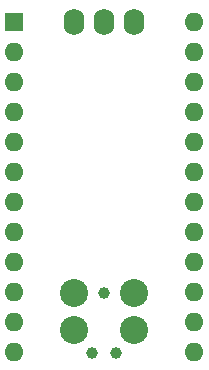
<source format=gbs>
G04 #@! TF.GenerationSoftware,KiCad,Pcbnew,7.0.9*
G04 #@! TF.CreationDate,2023-11-23T02:36:07+01:00*
G04 #@! TF.ProjectId,bosch_kf4_pll,626f7363-685f-46b6-9634-5f706c6c2e6b,2*
G04 #@! TF.SameCoordinates,Original*
G04 #@! TF.FileFunction,Soldermask,Bot*
G04 #@! TF.FilePolarity,Negative*
%FSLAX46Y46*%
G04 Gerber Fmt 4.6, Leading zero omitted, Abs format (unit mm)*
G04 Created by KiCad (PCBNEW 7.0.9) date 2023-11-23 02:36:07*
%MOMM*%
%LPD*%
G01*
G04 APERTURE LIST*
%ADD10O,1.750000X2.250000*%
%ADD11C,2.374900*%
%ADD12C,0.990600*%
%ADD13R,1.600000X1.600000*%
%ADD14O,1.600000X1.600000*%
G04 APERTURE END LIST*
D10*
X144282500Y-77530000D03*
X146822500Y-77530000D03*
X149362500Y-77530000D03*
D11*
X149377500Y-100490000D03*
D12*
X146837500Y-100490000D03*
D11*
X144297500Y-100490000D03*
X149377500Y-103665000D03*
X144297500Y-103665000D03*
D12*
X147853500Y-105570000D03*
X145821500Y-105570000D03*
D13*
X139217500Y-77530000D03*
D14*
X139217500Y-80070000D03*
X139217500Y-82610000D03*
X139217500Y-85150000D03*
X139217500Y-87690000D03*
X139217500Y-90230000D03*
X139217500Y-92770000D03*
X139217500Y-95310000D03*
X139217500Y-97850000D03*
X139217500Y-100390000D03*
X139217500Y-102930000D03*
X139217500Y-105470000D03*
X154457500Y-105470000D03*
X154457500Y-102930000D03*
X154457500Y-100390000D03*
X154457500Y-97850000D03*
X154457500Y-95310000D03*
X154457500Y-92770000D03*
X154457500Y-90230000D03*
X154457500Y-87690000D03*
X154457500Y-85150000D03*
X154457500Y-82610000D03*
X154457500Y-80070000D03*
X154457500Y-77530000D03*
M02*

</source>
